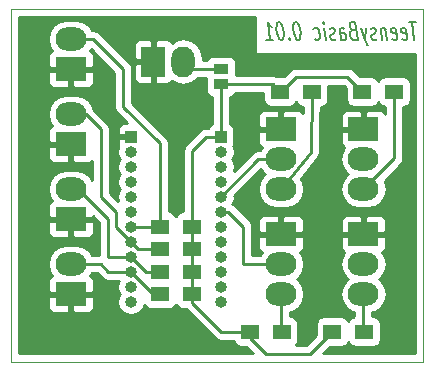
<source format=gbr>
G04 #@! TF.FileFunction,Copper,L2,Bot,Signal*
%FSLAX46Y46*%
G04 Gerber Fmt 4.6, Leading zero omitted, Abs format (unit mm)*
G04 Created by KiCad (PCBNEW 4.0.4-stable) date 03/19/17 00:01:14*
%MOMM*%
%LPD*%
G01*
G04 APERTURE LIST*
%ADD10C,0.100000*%
%ADD11C,0.200000*%
%ADD12R,1.270000X0.970000*%
%ADD13R,1.000000X1.000000*%
%ADD14O,1.000000X1.000000*%
%ADD15R,2.600000X2.000000*%
%ADD16O,2.600000X2.000000*%
%ADD17R,2.000000X2.600000*%
%ADD18O,2.000000X2.600000*%
%ADD19R,1.500000X1.300000*%
%ADD20C,0.250000*%
%ADD21C,0.254000*%
G04 APERTURE END LIST*
D10*
D11*
X166338452Y-95063571D02*
X165767023Y-95063571D01*
X166240238Y-96563571D02*
X166052738Y-95063571D01*
X165231309Y-96492143D02*
X165335475Y-96563571D01*
X165525952Y-96563571D01*
X165612262Y-96492143D01*
X165642024Y-96349286D01*
X165570595Y-95777857D01*
X165505119Y-95635000D01*
X165400952Y-95563571D01*
X165210475Y-95563571D01*
X165124166Y-95635000D01*
X165094404Y-95777857D01*
X165112261Y-95920714D01*
X165606309Y-96063571D01*
X164374166Y-96492143D02*
X164478332Y-96563571D01*
X164668809Y-96563571D01*
X164755119Y-96492143D01*
X164784881Y-96349286D01*
X164713452Y-95777857D01*
X164647976Y-95635000D01*
X164543809Y-95563571D01*
X164353332Y-95563571D01*
X164267023Y-95635000D01*
X164237261Y-95777857D01*
X164255118Y-95920714D01*
X164749166Y-96063571D01*
X163781904Y-95563571D02*
X163906904Y-96563571D01*
X163799762Y-95706429D02*
X163743214Y-95635000D01*
X163639047Y-95563571D01*
X163496189Y-95563571D01*
X163409880Y-95635000D01*
X163380118Y-95777857D01*
X163478332Y-96563571D01*
X163040833Y-96492143D02*
X162954523Y-96563571D01*
X162764047Y-96563571D01*
X162659880Y-96492143D01*
X162594404Y-96349286D01*
X162585475Y-96277857D01*
X162615237Y-96135000D01*
X162701547Y-96063571D01*
X162844404Y-96063571D01*
X162930714Y-95992143D01*
X162960476Y-95849286D01*
X162951547Y-95777857D01*
X162886071Y-95635000D01*
X162781904Y-95563571D01*
X162639047Y-95563571D01*
X162552737Y-95635000D01*
X162162856Y-95563571D02*
X162049761Y-96563571D01*
X161686665Y-95563571D02*
X162049761Y-96563571D01*
X162189642Y-96920714D01*
X162246190Y-96992143D01*
X162350356Y-97063571D01*
X160999165Y-95777857D02*
X160865237Y-95849286D01*
X160826546Y-95920714D01*
X160796784Y-96063571D01*
X160823570Y-96277857D01*
X160889046Y-96420714D01*
X160945594Y-96492143D01*
X161049760Y-96563571D01*
X161430713Y-96563571D01*
X161243213Y-95063571D01*
X160909879Y-95063571D01*
X160823570Y-95135000D01*
X160784880Y-95206429D01*
X160755118Y-95349286D01*
X160772975Y-95492143D01*
X160838451Y-95635000D01*
X160894999Y-95706429D01*
X160999165Y-95777857D01*
X161332499Y-95777857D01*
X160002141Y-96563571D02*
X159903927Y-95777857D01*
X159933689Y-95635000D01*
X160019998Y-95563571D01*
X160210475Y-95563571D01*
X160314642Y-95635000D01*
X159993213Y-96492143D02*
X160097379Y-96563571D01*
X160335475Y-96563571D01*
X160421785Y-96492143D01*
X160451547Y-96349286D01*
X160433690Y-96206429D01*
X160368213Y-96063571D01*
X160264047Y-95992143D01*
X160025951Y-95992143D01*
X159921784Y-95920714D01*
X159564642Y-96492143D02*
X159478332Y-96563571D01*
X159287856Y-96563571D01*
X159183689Y-96492143D01*
X159118213Y-96349286D01*
X159109284Y-96277857D01*
X159139046Y-96135000D01*
X159225356Y-96063571D01*
X159368213Y-96063571D01*
X159454523Y-95992143D01*
X159484285Y-95849286D01*
X159475356Y-95777857D01*
X159409880Y-95635000D01*
X159305713Y-95563571D01*
X159162856Y-95563571D01*
X159076546Y-95635000D01*
X158716427Y-96563571D02*
X158591427Y-95563571D01*
X158528927Y-95063571D02*
X158585475Y-95135000D01*
X158546785Y-95206429D01*
X158490237Y-95135000D01*
X158528927Y-95063571D01*
X158546785Y-95206429D01*
X157802737Y-96492143D02*
X157906903Y-96563571D01*
X158097380Y-96563571D01*
X158183690Y-96492143D01*
X158222380Y-96420714D01*
X158252142Y-96277857D01*
X158198571Y-95849286D01*
X158133095Y-95706429D01*
X158076547Y-95635000D01*
X157972380Y-95563571D01*
X157781903Y-95563571D01*
X157695594Y-95635000D01*
X156243213Y-95063571D02*
X156147974Y-95063571D01*
X156061665Y-95135000D01*
X156022975Y-95206429D01*
X155993213Y-95349286D01*
X155981308Y-95635000D01*
X156025951Y-95992143D01*
X156109284Y-96277857D01*
X156174760Y-96420714D01*
X156231308Y-96492143D01*
X156335474Y-96563571D01*
X156430713Y-96563571D01*
X156517023Y-96492143D01*
X156555713Y-96420714D01*
X156585475Y-96277857D01*
X156597380Y-95992143D01*
X156552737Y-95635000D01*
X156469404Y-95349286D01*
X156403928Y-95206429D01*
X156347380Y-95135000D01*
X156243213Y-95063571D01*
X155650951Y-96420714D02*
X155612261Y-96492143D01*
X155668808Y-96563571D01*
X155707499Y-96492143D01*
X155650951Y-96420714D01*
X155668808Y-96563571D01*
X154814642Y-95063571D02*
X154719403Y-95063571D01*
X154633094Y-95135000D01*
X154594404Y-95206429D01*
X154564642Y-95349286D01*
X154552737Y-95635000D01*
X154597380Y-95992143D01*
X154680713Y-96277857D01*
X154746189Y-96420714D01*
X154802737Y-96492143D01*
X154906903Y-96563571D01*
X155002142Y-96563571D01*
X155088452Y-96492143D01*
X155127142Y-96420714D01*
X155156904Y-96277857D01*
X155168809Y-95992143D01*
X155124166Y-95635000D01*
X155040833Y-95349286D01*
X154975357Y-95206429D01*
X154918809Y-95135000D01*
X154814642Y-95063571D01*
X153716427Y-96563571D02*
X154287856Y-96563571D01*
X154002142Y-96563571D02*
X153814642Y-95063571D01*
X153936666Y-95277857D01*
X154049761Y-95420714D01*
X154153928Y-95492143D01*
D10*
X132080000Y-123825000D02*
X132080000Y-93980000D01*
X167005000Y-123825000D02*
X132080000Y-123825000D01*
X167005000Y-93980000D02*
X167005000Y-123825000D01*
X132080000Y-93980000D02*
X167005000Y-93980000D01*
D12*
X149860000Y-100335000D03*
X149860000Y-99055000D03*
D13*
X142240000Y-104775000D03*
D14*
X142240000Y-106045000D03*
X142240000Y-107315000D03*
X142240000Y-108585000D03*
X142240000Y-109855000D03*
X142240000Y-111125000D03*
X142240000Y-112395000D03*
X142240000Y-113665000D03*
X142240000Y-114935000D03*
X142240000Y-116205000D03*
X142240000Y-117475000D03*
X142240000Y-118745000D03*
D13*
X149860000Y-104775000D03*
D14*
X149860000Y-106045000D03*
X149860000Y-107315000D03*
X149860000Y-108585000D03*
X149860000Y-109855000D03*
X149860000Y-111125000D03*
X149860000Y-112395000D03*
X149860000Y-113665000D03*
X149860000Y-114935000D03*
X149860000Y-116205000D03*
X149860000Y-117475000D03*
X149860000Y-118745000D03*
D15*
X161925000Y-104140000D03*
D16*
X161925000Y-106680000D03*
X161925000Y-109220000D03*
D15*
X154940000Y-104140000D03*
D16*
X154940000Y-106680000D03*
X154940000Y-109220000D03*
D15*
X154940000Y-113030000D03*
D16*
X154940000Y-115570000D03*
X154940000Y-118110000D03*
D15*
X161925000Y-113030000D03*
D16*
X161925000Y-115570000D03*
X161925000Y-118110000D03*
D17*
X144145000Y-98425000D03*
D18*
X146685000Y-98425000D03*
D15*
X137160000Y-99060000D03*
D16*
X137160000Y-96520000D03*
D15*
X137160000Y-111760000D03*
D16*
X137160000Y-109220000D03*
D15*
X137160000Y-118110000D03*
D16*
X137160000Y-115570000D03*
D15*
X137160000Y-105410000D03*
D16*
X137160000Y-102870000D03*
D19*
X144700000Y-112395000D03*
X147400000Y-112395000D03*
X144700000Y-114300000D03*
X147400000Y-114300000D03*
X144700000Y-116205000D03*
X147400000Y-116205000D03*
X144700000Y-118110000D03*
X147400000Y-118110000D03*
X157560000Y-100965000D03*
X154860000Y-100965000D03*
X164545000Y-100965000D03*
X161845000Y-100965000D03*
X155020000Y-121285000D03*
X152320000Y-121285000D03*
X162005000Y-121285000D03*
X159305000Y-121285000D03*
D20*
X154860000Y-100965000D02*
X154940000Y-100965000D01*
X154940000Y-100965000D02*
X156210000Y-99695000D01*
X160575000Y-99695000D02*
X161845000Y-100965000D01*
X156210000Y-99695000D02*
X160575000Y-99695000D01*
X152320000Y-121285000D02*
X152320000Y-121840000D01*
X152320000Y-121840000D02*
X153670000Y-123190000D01*
X157400000Y-123190000D02*
X159305000Y-121285000D01*
X153670000Y-123190000D02*
X157400000Y-123190000D01*
X147400000Y-118110000D02*
X147400000Y-118825000D01*
X149860000Y-121285000D02*
X152320000Y-121285000D01*
X147400000Y-118825000D02*
X149860000Y-121285000D01*
X147400000Y-112395000D02*
X147400000Y-118110000D01*
X149860000Y-104775000D02*
X148590000Y-104775000D01*
X147400000Y-105965000D02*
X147400000Y-112395000D01*
X148590000Y-104775000D02*
X147400000Y-105965000D01*
X149860000Y-100335000D02*
X149860000Y-104775000D01*
X149860000Y-100335000D02*
X154230000Y-100335000D01*
X154230000Y-100335000D02*
X154860000Y-100965000D01*
X149860000Y-99055000D02*
X147315000Y-99055000D01*
X147315000Y-99055000D02*
X146685000Y-98425000D01*
X144700000Y-112395000D02*
X142240000Y-112395000D01*
X137160000Y-96520000D02*
X139065000Y-96520000D01*
X144700000Y-105330000D02*
X144700000Y-112395000D01*
X141605000Y-102235000D02*
X144700000Y-105330000D01*
X141605000Y-99060000D02*
X141605000Y-102235000D01*
X139065000Y-96520000D02*
X141605000Y-99060000D01*
X144700000Y-114300000D02*
X142875000Y-114300000D01*
X142875000Y-114300000D02*
X142240000Y-113665000D01*
X137160000Y-102870000D02*
X138430000Y-102870000D01*
X138430000Y-102870000D02*
X139700000Y-104140000D01*
X139700000Y-104140000D02*
X139700000Y-109855000D01*
X139700000Y-109855000D02*
X140970000Y-111125000D01*
X140970000Y-111125000D02*
X140970000Y-112395000D01*
X140970000Y-112395000D02*
X142240000Y-113665000D01*
X137160000Y-109220000D02*
X137795000Y-109220000D01*
X137795000Y-109220000D02*
X140335000Y-111760000D01*
X140335000Y-111760000D02*
X140335000Y-114935000D01*
X140335000Y-114935000D02*
X142240000Y-114935000D01*
X144700000Y-116205000D02*
X143510000Y-116205000D01*
X143510000Y-116205000D02*
X142240000Y-114935000D01*
X137160000Y-115570000D02*
X139700000Y-115570000D01*
X140335000Y-116205000D02*
X142240000Y-116205000D01*
X139700000Y-115570000D02*
X140335000Y-116205000D01*
X144700000Y-118110000D02*
X144145000Y-118110000D01*
X144145000Y-118110000D02*
X142240000Y-116205000D01*
X154940000Y-106680000D02*
X153035000Y-106680000D01*
X153035000Y-106680000D02*
X149860000Y-109855000D01*
X154940000Y-115570000D02*
X151765000Y-115570000D01*
X150495000Y-111125000D02*
X149860000Y-111125000D01*
X151765000Y-112395000D02*
X150495000Y-111125000D01*
X151765000Y-115570000D02*
X151765000Y-112395000D01*
X164545000Y-100965000D02*
X164545000Y-106600000D01*
X164545000Y-106600000D02*
X161925000Y-109220000D01*
X157560000Y-100965000D02*
X157480000Y-106045000D01*
X157480000Y-106045000D02*
X154940000Y-109220000D01*
X154940000Y-118110000D02*
X154940000Y-121205000D01*
X154940000Y-121205000D02*
X155020000Y-121285000D01*
X161925000Y-118110000D02*
X161925000Y-121205000D01*
X161925000Y-121205000D02*
X162005000Y-121285000D01*
D21*
G36*
X152774881Y-97820000D02*
X166320000Y-97820000D01*
X166320000Y-123140000D01*
X158524802Y-123140000D01*
X159082362Y-122582440D01*
X160055000Y-122582440D01*
X160290317Y-122538162D01*
X160506441Y-122399090D01*
X160651431Y-122186890D01*
X160654081Y-122173803D01*
X160790910Y-122386441D01*
X161003110Y-122531431D01*
X161255000Y-122582440D01*
X162755000Y-122582440D01*
X162990317Y-122538162D01*
X163206441Y-122399090D01*
X163351431Y-122186890D01*
X163402440Y-121935000D01*
X163402440Y-120635000D01*
X163358162Y-120399683D01*
X163219090Y-120183559D01*
X163006890Y-120038569D01*
X162755000Y-119987560D01*
X162685000Y-119987560D01*
X162685000Y-119661041D01*
X162888596Y-119620543D01*
X163419029Y-119266120D01*
X163773452Y-118735687D01*
X163897909Y-118110000D01*
X163773452Y-117484313D01*
X163419029Y-116953880D01*
X163248595Y-116840000D01*
X163419029Y-116726120D01*
X163773452Y-116195687D01*
X163897909Y-115570000D01*
X163773452Y-114944313D01*
X163535769Y-114588594D01*
X163584699Y-114568327D01*
X163763327Y-114389698D01*
X163860000Y-114156309D01*
X163860000Y-113315750D01*
X163701250Y-113157000D01*
X162052000Y-113157000D01*
X162052000Y-113177000D01*
X161798000Y-113177000D01*
X161798000Y-113157000D01*
X160148750Y-113157000D01*
X159990000Y-113315750D01*
X159990000Y-114156309D01*
X160086673Y-114389698D01*
X160265301Y-114568327D01*
X160314231Y-114588594D01*
X160076548Y-114944313D01*
X159952091Y-115570000D01*
X160076548Y-116195687D01*
X160430971Y-116726120D01*
X160601405Y-116840000D01*
X160430971Y-116953880D01*
X160076548Y-117484313D01*
X159952091Y-118110000D01*
X160076548Y-118735687D01*
X160430971Y-119266120D01*
X160961404Y-119620543D01*
X161165000Y-119661041D01*
X161165000Y-120004495D01*
X161019683Y-120031838D01*
X160803559Y-120170910D01*
X160658569Y-120383110D01*
X160655919Y-120396197D01*
X160519090Y-120183559D01*
X160306890Y-120038569D01*
X160055000Y-119987560D01*
X158555000Y-119987560D01*
X158319683Y-120031838D01*
X158103559Y-120170910D01*
X157958569Y-120383110D01*
X157907560Y-120635000D01*
X157907560Y-121607638D01*
X157085198Y-122430000D01*
X156173406Y-122430000D01*
X156221441Y-122399090D01*
X156366431Y-122186890D01*
X156417440Y-121935000D01*
X156417440Y-120635000D01*
X156373162Y-120399683D01*
X156234090Y-120183559D01*
X156021890Y-120038569D01*
X155770000Y-119987560D01*
X155700000Y-119987560D01*
X155700000Y-119661041D01*
X155903596Y-119620543D01*
X156434029Y-119266120D01*
X156788452Y-118735687D01*
X156912909Y-118110000D01*
X156788452Y-117484313D01*
X156434029Y-116953880D01*
X156263595Y-116840000D01*
X156434029Y-116726120D01*
X156788452Y-116195687D01*
X156912909Y-115570000D01*
X156788452Y-114944313D01*
X156550769Y-114588594D01*
X156599699Y-114568327D01*
X156778327Y-114389698D01*
X156875000Y-114156309D01*
X156875000Y-113315750D01*
X156716250Y-113157000D01*
X155067000Y-113157000D01*
X155067000Y-113177000D01*
X154813000Y-113177000D01*
X154813000Y-113157000D01*
X153163750Y-113157000D01*
X153005000Y-113315750D01*
X153005000Y-114156309D01*
X153101673Y-114389698D01*
X153280301Y-114568327D01*
X153329231Y-114588594D01*
X153181293Y-114810000D01*
X152525000Y-114810000D01*
X152525000Y-112395000D01*
X152467148Y-112104161D01*
X152467148Y-112104160D01*
X152333199Y-111903691D01*
X153005000Y-111903691D01*
X153005000Y-112744250D01*
X153163750Y-112903000D01*
X154813000Y-112903000D01*
X154813000Y-111553750D01*
X155067000Y-111553750D01*
X155067000Y-112903000D01*
X156716250Y-112903000D01*
X156875000Y-112744250D01*
X156875000Y-111903691D01*
X159990000Y-111903691D01*
X159990000Y-112744250D01*
X160148750Y-112903000D01*
X161798000Y-112903000D01*
X161798000Y-111553750D01*
X162052000Y-111553750D01*
X162052000Y-112903000D01*
X163701250Y-112903000D01*
X163860000Y-112744250D01*
X163860000Y-111903691D01*
X163763327Y-111670302D01*
X163584699Y-111491673D01*
X163351310Y-111395000D01*
X162210750Y-111395000D01*
X162052000Y-111553750D01*
X161798000Y-111553750D01*
X161639250Y-111395000D01*
X160498690Y-111395000D01*
X160265301Y-111491673D01*
X160086673Y-111670302D01*
X159990000Y-111903691D01*
X156875000Y-111903691D01*
X156778327Y-111670302D01*
X156599699Y-111491673D01*
X156366310Y-111395000D01*
X155225750Y-111395000D01*
X155067000Y-111553750D01*
X154813000Y-111553750D01*
X154654250Y-111395000D01*
X153513690Y-111395000D01*
X153280301Y-111491673D01*
X153101673Y-111670302D01*
X153005000Y-111903691D01*
X152333199Y-111903691D01*
X152302401Y-111857599D01*
X151032401Y-110587599D01*
X150824412Y-110448625D01*
X150930839Y-110289346D01*
X151017236Y-109855000D01*
X151003559Y-109786243D01*
X153248788Y-107541014D01*
X153445971Y-107836120D01*
X153616405Y-107950000D01*
X153445971Y-108063880D01*
X153091548Y-108594313D01*
X152967091Y-109220000D01*
X153091548Y-109845687D01*
X153445971Y-110376120D01*
X153976404Y-110730543D01*
X154602091Y-110855000D01*
X155277909Y-110855000D01*
X155903596Y-110730543D01*
X156434029Y-110376120D01*
X156788452Y-109845687D01*
X156912909Y-109220000D01*
X156788452Y-108594313D01*
X156617956Y-108339148D01*
X158073460Y-106519768D01*
X158120001Y-106430020D01*
X158177481Y-106346859D01*
X158187676Y-106299514D01*
X158209971Y-106256521D01*
X158218623Y-106155801D01*
X158239906Y-106056967D01*
X158287831Y-103013691D01*
X159990000Y-103013691D01*
X159990000Y-103854250D01*
X160148750Y-104013000D01*
X161798000Y-104013000D01*
X161798000Y-102663750D01*
X161639250Y-102505000D01*
X160498690Y-102505000D01*
X160265301Y-102601673D01*
X160086673Y-102780302D01*
X159990000Y-103013691D01*
X158287831Y-103013691D01*
X158299662Y-102262440D01*
X158310000Y-102262440D01*
X158545317Y-102218162D01*
X158761441Y-102079090D01*
X158906431Y-101866890D01*
X158957440Y-101615000D01*
X158957440Y-100455000D01*
X160260198Y-100455000D01*
X160447560Y-100642362D01*
X160447560Y-101615000D01*
X160491838Y-101850317D01*
X160630910Y-102066441D01*
X160843110Y-102211431D01*
X161095000Y-102262440D01*
X162595000Y-102262440D01*
X162830317Y-102218162D01*
X163046441Y-102079090D01*
X163191431Y-101866890D01*
X163194081Y-101853803D01*
X163330910Y-102066441D01*
X163543110Y-102211431D01*
X163785000Y-102260415D01*
X163785000Y-102832625D01*
X163763327Y-102780302D01*
X163584699Y-102601673D01*
X163351310Y-102505000D01*
X162210750Y-102505000D01*
X162052000Y-102663750D01*
X162052000Y-104013000D01*
X162072000Y-104013000D01*
X162072000Y-104267000D01*
X162052000Y-104267000D01*
X162052000Y-104287000D01*
X161798000Y-104287000D01*
X161798000Y-104267000D01*
X160148750Y-104267000D01*
X159990000Y-104425750D01*
X159990000Y-105266309D01*
X160086673Y-105499698D01*
X160265301Y-105678327D01*
X160314231Y-105698594D01*
X160076548Y-106054313D01*
X159952091Y-106680000D01*
X160076548Y-107305687D01*
X160430971Y-107836120D01*
X160601405Y-107950000D01*
X160430971Y-108063880D01*
X160076548Y-108594313D01*
X159952091Y-109220000D01*
X160076548Y-109845687D01*
X160430971Y-110376120D01*
X160961404Y-110730543D01*
X161587091Y-110855000D01*
X162262909Y-110855000D01*
X162888596Y-110730543D01*
X163419029Y-110376120D01*
X163773452Y-109845687D01*
X163897909Y-109220000D01*
X163773452Y-108594313D01*
X163714186Y-108505616D01*
X165082401Y-107137401D01*
X165247148Y-106890839D01*
X165305000Y-106600000D01*
X165305000Y-102260558D01*
X165530317Y-102218162D01*
X165746441Y-102079090D01*
X165891431Y-101866890D01*
X165942440Y-101615000D01*
X165942440Y-100315000D01*
X165898162Y-100079683D01*
X165759090Y-99863559D01*
X165546890Y-99718569D01*
X165295000Y-99667560D01*
X163795000Y-99667560D01*
X163559683Y-99711838D01*
X163343559Y-99850910D01*
X163198569Y-100063110D01*
X163195919Y-100076197D01*
X163059090Y-99863559D01*
X162846890Y-99718569D01*
X162595000Y-99667560D01*
X161622362Y-99667560D01*
X161112401Y-99157599D01*
X160865839Y-98992852D01*
X160575000Y-98935000D01*
X156210000Y-98935000D01*
X155919160Y-98992852D01*
X155672599Y-99157599D01*
X155162638Y-99667560D01*
X154572783Y-99667560D01*
X154520839Y-99632852D01*
X154230000Y-99575000D01*
X151135352Y-99575000D01*
X151142440Y-99540000D01*
X151142440Y-98570000D01*
X151098162Y-98334683D01*
X150959090Y-98118559D01*
X150746890Y-97973569D01*
X150495000Y-97922560D01*
X149225000Y-97922560D01*
X148989683Y-97966838D01*
X148773559Y-98105910D01*
X148644359Y-98295000D01*
X148320000Y-98295000D01*
X148320000Y-98087091D01*
X148195543Y-97461404D01*
X147841120Y-96930971D01*
X147310687Y-96576548D01*
X146685000Y-96452091D01*
X146059313Y-96576548D01*
X145703594Y-96814231D01*
X145683327Y-96765301D01*
X145504698Y-96586673D01*
X145271309Y-96490000D01*
X144430750Y-96490000D01*
X144272000Y-96648750D01*
X144272000Y-98298000D01*
X144292000Y-98298000D01*
X144292000Y-98552000D01*
X144272000Y-98552000D01*
X144272000Y-100201250D01*
X144430750Y-100360000D01*
X145271309Y-100360000D01*
X145504698Y-100263327D01*
X145683327Y-100084699D01*
X145703594Y-100035769D01*
X146059313Y-100273452D01*
X146685000Y-100397909D01*
X147310687Y-100273452D01*
X147841120Y-99919029D01*
X147910630Y-99815000D01*
X148584648Y-99815000D01*
X148577560Y-99850000D01*
X148577560Y-100820000D01*
X148621838Y-101055317D01*
X148760910Y-101271441D01*
X148973110Y-101416431D01*
X149100000Y-101442127D01*
X149100000Y-103687721D01*
X148908559Y-103810910D01*
X148769110Y-104015000D01*
X148590000Y-104015000D01*
X148299161Y-104072852D01*
X148052599Y-104237599D01*
X146862599Y-105427599D01*
X146697852Y-105674161D01*
X146640000Y-105965000D01*
X146640000Y-111099442D01*
X146414683Y-111141838D01*
X146198559Y-111280910D01*
X146053569Y-111493110D01*
X146050919Y-111506197D01*
X145914090Y-111293559D01*
X145701890Y-111148569D01*
X145460000Y-111099585D01*
X145460000Y-105330000D01*
X145402148Y-105039161D01*
X145237401Y-104792599D01*
X142365000Y-101920198D01*
X142365000Y-99060000D01*
X142307148Y-98769161D01*
X142307148Y-98769160D01*
X142268120Y-98710750D01*
X142510000Y-98710750D01*
X142510000Y-99851310D01*
X142606673Y-100084699D01*
X142785302Y-100263327D01*
X143018691Y-100360000D01*
X143859250Y-100360000D01*
X144018000Y-100201250D01*
X144018000Y-98552000D01*
X142668750Y-98552000D01*
X142510000Y-98710750D01*
X142268120Y-98710750D01*
X142142401Y-98522599D01*
X140618492Y-96998690D01*
X142510000Y-96998690D01*
X142510000Y-98139250D01*
X142668750Y-98298000D01*
X144018000Y-98298000D01*
X144018000Y-96648750D01*
X143859250Y-96490000D01*
X143018691Y-96490000D01*
X142785302Y-96586673D01*
X142606673Y-96765301D01*
X142510000Y-96998690D01*
X140618492Y-96998690D01*
X139602401Y-95982599D01*
X139355839Y-95817852D01*
X139065000Y-95760000D01*
X138918707Y-95760000D01*
X138654029Y-95363880D01*
X138123596Y-95009457D01*
X137497909Y-94885000D01*
X136822091Y-94885000D01*
X136196404Y-95009457D01*
X135665971Y-95363880D01*
X135311548Y-95894313D01*
X135187091Y-96520000D01*
X135311548Y-97145687D01*
X135549231Y-97501406D01*
X135500301Y-97521673D01*
X135321673Y-97700302D01*
X135225000Y-97933691D01*
X135225000Y-98774250D01*
X135383750Y-98933000D01*
X137033000Y-98933000D01*
X137033000Y-98913000D01*
X137287000Y-98913000D01*
X137287000Y-98933000D01*
X138936250Y-98933000D01*
X139095000Y-98774250D01*
X139095000Y-97933691D01*
X138998327Y-97700302D01*
X138819699Y-97521673D01*
X138770769Y-97501406D01*
X138851212Y-97381014D01*
X140845000Y-99374802D01*
X140845000Y-102235000D01*
X140902852Y-102525839D01*
X141067599Y-102772401D01*
X141935198Y-103640000D01*
X141613691Y-103640000D01*
X141380302Y-103736673D01*
X141201673Y-103915301D01*
X141105000Y-104148690D01*
X141105000Y-104489250D01*
X141263750Y-104648000D01*
X142113000Y-104648000D01*
X142113000Y-104628000D01*
X142367000Y-104628000D01*
X142367000Y-104648000D01*
X142387000Y-104648000D01*
X142387000Y-104902000D01*
X142367000Y-104902000D01*
X142367000Y-104922000D01*
X142322564Y-104922000D01*
X142262236Y-104910000D01*
X142217764Y-104910000D01*
X142157436Y-104922000D01*
X142113000Y-104922000D01*
X142113000Y-104902000D01*
X141263750Y-104902000D01*
X141105000Y-105060750D01*
X141105000Y-105401310D01*
X141183083Y-105589818D01*
X141169161Y-105610654D01*
X141082764Y-106045000D01*
X141169161Y-106479346D01*
X141303234Y-106680000D01*
X141169161Y-106880654D01*
X141082764Y-107315000D01*
X141169161Y-107749346D01*
X141303234Y-107950000D01*
X141169161Y-108150654D01*
X141082764Y-108585000D01*
X141169161Y-109019346D01*
X141303234Y-109220000D01*
X141169161Y-109420654D01*
X141082764Y-109855000D01*
X141159232Y-110239430D01*
X140460000Y-109540198D01*
X140460000Y-104140000D01*
X140402148Y-103849161D01*
X140402148Y-103849160D01*
X140237401Y-103602599D01*
X139040567Y-102405765D01*
X139008452Y-102244313D01*
X138654029Y-101713880D01*
X138123596Y-101359457D01*
X137497909Y-101235000D01*
X136822091Y-101235000D01*
X136196404Y-101359457D01*
X135665971Y-101713880D01*
X135311548Y-102244313D01*
X135187091Y-102870000D01*
X135311548Y-103495687D01*
X135549231Y-103851406D01*
X135500301Y-103871673D01*
X135321673Y-104050302D01*
X135225000Y-104283691D01*
X135225000Y-105124250D01*
X135383750Y-105283000D01*
X137033000Y-105283000D01*
X137033000Y-105263000D01*
X137287000Y-105263000D01*
X137287000Y-105283000D01*
X137307000Y-105283000D01*
X137307000Y-105537000D01*
X137287000Y-105537000D01*
X137287000Y-106886250D01*
X137445750Y-107045000D01*
X138586310Y-107045000D01*
X138819699Y-106948327D01*
X138940000Y-106828025D01*
X138940000Y-108491867D01*
X138654029Y-108063880D01*
X138123596Y-107709457D01*
X137497909Y-107585000D01*
X136822091Y-107585000D01*
X136196404Y-107709457D01*
X135665971Y-108063880D01*
X135311548Y-108594313D01*
X135187091Y-109220000D01*
X135311548Y-109845687D01*
X135549231Y-110201406D01*
X135500301Y-110221673D01*
X135321673Y-110400302D01*
X135225000Y-110633691D01*
X135225000Y-111474250D01*
X135383750Y-111633000D01*
X137033000Y-111633000D01*
X137033000Y-111613000D01*
X137287000Y-111613000D01*
X137287000Y-111633000D01*
X138936250Y-111633000D01*
X139034724Y-111534526D01*
X139575000Y-112074802D01*
X139575000Y-114810000D01*
X138918707Y-114810000D01*
X138654029Y-114413880D01*
X138123596Y-114059457D01*
X137497909Y-113935000D01*
X136822091Y-113935000D01*
X136196404Y-114059457D01*
X135665971Y-114413880D01*
X135311548Y-114944313D01*
X135187091Y-115570000D01*
X135311548Y-116195687D01*
X135549231Y-116551406D01*
X135500301Y-116571673D01*
X135321673Y-116750302D01*
X135225000Y-116983691D01*
X135225000Y-117824250D01*
X135383750Y-117983000D01*
X137033000Y-117983000D01*
X137033000Y-117963000D01*
X137287000Y-117963000D01*
X137287000Y-117983000D01*
X138936250Y-117983000D01*
X139095000Y-117824250D01*
X139095000Y-116983691D01*
X138998327Y-116750302D01*
X138819699Y-116571673D01*
X138770769Y-116551406D01*
X138918707Y-116330000D01*
X139385198Y-116330000D01*
X139797599Y-116742401D01*
X140044161Y-116907148D01*
X140335000Y-116965000D01*
X141219711Y-116965000D01*
X141169161Y-117040654D01*
X141082764Y-117475000D01*
X141169161Y-117909346D01*
X141303234Y-118110000D01*
X141169161Y-118310654D01*
X141082764Y-118745000D01*
X141169161Y-119179346D01*
X141415198Y-119547566D01*
X141783418Y-119793603D01*
X142217764Y-119880000D01*
X142262236Y-119880000D01*
X142696582Y-119793603D01*
X143064802Y-119547566D01*
X143310839Y-119179346D01*
X143347301Y-118996037D01*
X143485910Y-119211441D01*
X143698110Y-119356431D01*
X143950000Y-119407440D01*
X145450000Y-119407440D01*
X145685317Y-119363162D01*
X145901441Y-119224090D01*
X146046431Y-119011890D01*
X146049081Y-118998803D01*
X146185910Y-119211441D01*
X146398110Y-119356431D01*
X146650000Y-119407440D01*
X146907638Y-119407440D01*
X149322599Y-121822401D01*
X149569160Y-121987148D01*
X149860000Y-122045000D01*
X150943258Y-122045000D01*
X150966838Y-122170317D01*
X151105910Y-122386441D01*
X151318110Y-122531431D01*
X151570000Y-122582440D01*
X151987638Y-122582440D01*
X152545198Y-123140000D01*
X132765000Y-123140000D01*
X132765000Y-118395750D01*
X135225000Y-118395750D01*
X135225000Y-119236309D01*
X135321673Y-119469698D01*
X135500301Y-119648327D01*
X135733690Y-119745000D01*
X136874250Y-119745000D01*
X137033000Y-119586250D01*
X137033000Y-118237000D01*
X137287000Y-118237000D01*
X137287000Y-119586250D01*
X137445750Y-119745000D01*
X138586310Y-119745000D01*
X138819699Y-119648327D01*
X138998327Y-119469698D01*
X139095000Y-119236309D01*
X139095000Y-118395750D01*
X138936250Y-118237000D01*
X137287000Y-118237000D01*
X137033000Y-118237000D01*
X135383750Y-118237000D01*
X135225000Y-118395750D01*
X132765000Y-118395750D01*
X132765000Y-112045750D01*
X135225000Y-112045750D01*
X135225000Y-112886309D01*
X135321673Y-113119698D01*
X135500301Y-113298327D01*
X135733690Y-113395000D01*
X136874250Y-113395000D01*
X137033000Y-113236250D01*
X137033000Y-111887000D01*
X137287000Y-111887000D01*
X137287000Y-113236250D01*
X137445750Y-113395000D01*
X138586310Y-113395000D01*
X138819699Y-113298327D01*
X138998327Y-113119698D01*
X139095000Y-112886309D01*
X139095000Y-112045750D01*
X138936250Y-111887000D01*
X137287000Y-111887000D01*
X137033000Y-111887000D01*
X135383750Y-111887000D01*
X135225000Y-112045750D01*
X132765000Y-112045750D01*
X132765000Y-105695750D01*
X135225000Y-105695750D01*
X135225000Y-106536309D01*
X135321673Y-106769698D01*
X135500301Y-106948327D01*
X135733690Y-107045000D01*
X136874250Y-107045000D01*
X137033000Y-106886250D01*
X137033000Y-105537000D01*
X135383750Y-105537000D01*
X135225000Y-105695750D01*
X132765000Y-105695750D01*
X132765000Y-99345750D01*
X135225000Y-99345750D01*
X135225000Y-100186309D01*
X135321673Y-100419698D01*
X135500301Y-100598327D01*
X135733690Y-100695000D01*
X136874250Y-100695000D01*
X137033000Y-100536250D01*
X137033000Y-99187000D01*
X137287000Y-99187000D01*
X137287000Y-100536250D01*
X137445750Y-100695000D01*
X138586310Y-100695000D01*
X138819699Y-100598327D01*
X138998327Y-100419698D01*
X139095000Y-100186309D01*
X139095000Y-99345750D01*
X138936250Y-99187000D01*
X137287000Y-99187000D01*
X137033000Y-99187000D01*
X135383750Y-99187000D01*
X135225000Y-99345750D01*
X132765000Y-99345750D01*
X132765000Y-94665000D01*
X152774881Y-94665000D01*
X152774881Y-97820000D01*
X152774881Y-97820000D01*
G37*
X152774881Y-97820000D02*
X166320000Y-97820000D01*
X166320000Y-123140000D01*
X158524802Y-123140000D01*
X159082362Y-122582440D01*
X160055000Y-122582440D01*
X160290317Y-122538162D01*
X160506441Y-122399090D01*
X160651431Y-122186890D01*
X160654081Y-122173803D01*
X160790910Y-122386441D01*
X161003110Y-122531431D01*
X161255000Y-122582440D01*
X162755000Y-122582440D01*
X162990317Y-122538162D01*
X163206441Y-122399090D01*
X163351431Y-122186890D01*
X163402440Y-121935000D01*
X163402440Y-120635000D01*
X163358162Y-120399683D01*
X163219090Y-120183559D01*
X163006890Y-120038569D01*
X162755000Y-119987560D01*
X162685000Y-119987560D01*
X162685000Y-119661041D01*
X162888596Y-119620543D01*
X163419029Y-119266120D01*
X163773452Y-118735687D01*
X163897909Y-118110000D01*
X163773452Y-117484313D01*
X163419029Y-116953880D01*
X163248595Y-116840000D01*
X163419029Y-116726120D01*
X163773452Y-116195687D01*
X163897909Y-115570000D01*
X163773452Y-114944313D01*
X163535769Y-114588594D01*
X163584699Y-114568327D01*
X163763327Y-114389698D01*
X163860000Y-114156309D01*
X163860000Y-113315750D01*
X163701250Y-113157000D01*
X162052000Y-113157000D01*
X162052000Y-113177000D01*
X161798000Y-113177000D01*
X161798000Y-113157000D01*
X160148750Y-113157000D01*
X159990000Y-113315750D01*
X159990000Y-114156309D01*
X160086673Y-114389698D01*
X160265301Y-114568327D01*
X160314231Y-114588594D01*
X160076548Y-114944313D01*
X159952091Y-115570000D01*
X160076548Y-116195687D01*
X160430971Y-116726120D01*
X160601405Y-116840000D01*
X160430971Y-116953880D01*
X160076548Y-117484313D01*
X159952091Y-118110000D01*
X160076548Y-118735687D01*
X160430971Y-119266120D01*
X160961404Y-119620543D01*
X161165000Y-119661041D01*
X161165000Y-120004495D01*
X161019683Y-120031838D01*
X160803559Y-120170910D01*
X160658569Y-120383110D01*
X160655919Y-120396197D01*
X160519090Y-120183559D01*
X160306890Y-120038569D01*
X160055000Y-119987560D01*
X158555000Y-119987560D01*
X158319683Y-120031838D01*
X158103559Y-120170910D01*
X157958569Y-120383110D01*
X157907560Y-120635000D01*
X157907560Y-121607638D01*
X157085198Y-122430000D01*
X156173406Y-122430000D01*
X156221441Y-122399090D01*
X156366431Y-122186890D01*
X156417440Y-121935000D01*
X156417440Y-120635000D01*
X156373162Y-120399683D01*
X156234090Y-120183559D01*
X156021890Y-120038569D01*
X155770000Y-119987560D01*
X155700000Y-119987560D01*
X155700000Y-119661041D01*
X155903596Y-119620543D01*
X156434029Y-119266120D01*
X156788452Y-118735687D01*
X156912909Y-118110000D01*
X156788452Y-117484313D01*
X156434029Y-116953880D01*
X156263595Y-116840000D01*
X156434029Y-116726120D01*
X156788452Y-116195687D01*
X156912909Y-115570000D01*
X156788452Y-114944313D01*
X156550769Y-114588594D01*
X156599699Y-114568327D01*
X156778327Y-114389698D01*
X156875000Y-114156309D01*
X156875000Y-113315750D01*
X156716250Y-113157000D01*
X155067000Y-113157000D01*
X155067000Y-113177000D01*
X154813000Y-113177000D01*
X154813000Y-113157000D01*
X153163750Y-113157000D01*
X153005000Y-113315750D01*
X153005000Y-114156309D01*
X153101673Y-114389698D01*
X153280301Y-114568327D01*
X153329231Y-114588594D01*
X153181293Y-114810000D01*
X152525000Y-114810000D01*
X152525000Y-112395000D01*
X152467148Y-112104161D01*
X152467148Y-112104160D01*
X152333199Y-111903691D01*
X153005000Y-111903691D01*
X153005000Y-112744250D01*
X153163750Y-112903000D01*
X154813000Y-112903000D01*
X154813000Y-111553750D01*
X155067000Y-111553750D01*
X155067000Y-112903000D01*
X156716250Y-112903000D01*
X156875000Y-112744250D01*
X156875000Y-111903691D01*
X159990000Y-111903691D01*
X159990000Y-112744250D01*
X160148750Y-112903000D01*
X161798000Y-112903000D01*
X161798000Y-111553750D01*
X162052000Y-111553750D01*
X162052000Y-112903000D01*
X163701250Y-112903000D01*
X163860000Y-112744250D01*
X163860000Y-111903691D01*
X163763327Y-111670302D01*
X163584699Y-111491673D01*
X163351310Y-111395000D01*
X162210750Y-111395000D01*
X162052000Y-111553750D01*
X161798000Y-111553750D01*
X161639250Y-111395000D01*
X160498690Y-111395000D01*
X160265301Y-111491673D01*
X160086673Y-111670302D01*
X159990000Y-111903691D01*
X156875000Y-111903691D01*
X156778327Y-111670302D01*
X156599699Y-111491673D01*
X156366310Y-111395000D01*
X155225750Y-111395000D01*
X155067000Y-111553750D01*
X154813000Y-111553750D01*
X154654250Y-111395000D01*
X153513690Y-111395000D01*
X153280301Y-111491673D01*
X153101673Y-111670302D01*
X153005000Y-111903691D01*
X152333199Y-111903691D01*
X152302401Y-111857599D01*
X151032401Y-110587599D01*
X150824412Y-110448625D01*
X150930839Y-110289346D01*
X151017236Y-109855000D01*
X151003559Y-109786243D01*
X153248788Y-107541014D01*
X153445971Y-107836120D01*
X153616405Y-107950000D01*
X153445971Y-108063880D01*
X153091548Y-108594313D01*
X152967091Y-109220000D01*
X153091548Y-109845687D01*
X153445971Y-110376120D01*
X153976404Y-110730543D01*
X154602091Y-110855000D01*
X155277909Y-110855000D01*
X155903596Y-110730543D01*
X156434029Y-110376120D01*
X156788452Y-109845687D01*
X156912909Y-109220000D01*
X156788452Y-108594313D01*
X156617956Y-108339148D01*
X158073460Y-106519768D01*
X158120001Y-106430020D01*
X158177481Y-106346859D01*
X158187676Y-106299514D01*
X158209971Y-106256521D01*
X158218623Y-106155801D01*
X158239906Y-106056967D01*
X158287831Y-103013691D01*
X159990000Y-103013691D01*
X159990000Y-103854250D01*
X160148750Y-104013000D01*
X161798000Y-104013000D01*
X161798000Y-102663750D01*
X161639250Y-102505000D01*
X160498690Y-102505000D01*
X160265301Y-102601673D01*
X160086673Y-102780302D01*
X159990000Y-103013691D01*
X158287831Y-103013691D01*
X158299662Y-102262440D01*
X158310000Y-102262440D01*
X158545317Y-102218162D01*
X158761441Y-102079090D01*
X158906431Y-101866890D01*
X158957440Y-101615000D01*
X158957440Y-100455000D01*
X160260198Y-100455000D01*
X160447560Y-100642362D01*
X160447560Y-101615000D01*
X160491838Y-101850317D01*
X160630910Y-102066441D01*
X160843110Y-102211431D01*
X161095000Y-102262440D01*
X162595000Y-102262440D01*
X162830317Y-102218162D01*
X163046441Y-102079090D01*
X163191431Y-101866890D01*
X163194081Y-101853803D01*
X163330910Y-102066441D01*
X163543110Y-102211431D01*
X163785000Y-102260415D01*
X163785000Y-102832625D01*
X163763327Y-102780302D01*
X163584699Y-102601673D01*
X163351310Y-102505000D01*
X162210750Y-102505000D01*
X162052000Y-102663750D01*
X162052000Y-104013000D01*
X162072000Y-104013000D01*
X162072000Y-104267000D01*
X162052000Y-104267000D01*
X162052000Y-104287000D01*
X161798000Y-104287000D01*
X161798000Y-104267000D01*
X160148750Y-104267000D01*
X159990000Y-104425750D01*
X159990000Y-105266309D01*
X160086673Y-105499698D01*
X160265301Y-105678327D01*
X160314231Y-105698594D01*
X160076548Y-106054313D01*
X159952091Y-106680000D01*
X160076548Y-107305687D01*
X160430971Y-107836120D01*
X160601405Y-107950000D01*
X160430971Y-108063880D01*
X160076548Y-108594313D01*
X159952091Y-109220000D01*
X160076548Y-109845687D01*
X160430971Y-110376120D01*
X160961404Y-110730543D01*
X161587091Y-110855000D01*
X162262909Y-110855000D01*
X162888596Y-110730543D01*
X163419029Y-110376120D01*
X163773452Y-109845687D01*
X163897909Y-109220000D01*
X163773452Y-108594313D01*
X163714186Y-108505616D01*
X165082401Y-107137401D01*
X165247148Y-106890839D01*
X165305000Y-106600000D01*
X165305000Y-102260558D01*
X165530317Y-102218162D01*
X165746441Y-102079090D01*
X165891431Y-101866890D01*
X165942440Y-101615000D01*
X165942440Y-100315000D01*
X165898162Y-100079683D01*
X165759090Y-99863559D01*
X165546890Y-99718569D01*
X165295000Y-99667560D01*
X163795000Y-99667560D01*
X163559683Y-99711838D01*
X163343559Y-99850910D01*
X163198569Y-100063110D01*
X163195919Y-100076197D01*
X163059090Y-99863559D01*
X162846890Y-99718569D01*
X162595000Y-99667560D01*
X161622362Y-99667560D01*
X161112401Y-99157599D01*
X160865839Y-98992852D01*
X160575000Y-98935000D01*
X156210000Y-98935000D01*
X155919160Y-98992852D01*
X155672599Y-99157599D01*
X155162638Y-99667560D01*
X154572783Y-99667560D01*
X154520839Y-99632852D01*
X154230000Y-99575000D01*
X151135352Y-99575000D01*
X151142440Y-99540000D01*
X151142440Y-98570000D01*
X151098162Y-98334683D01*
X150959090Y-98118559D01*
X150746890Y-97973569D01*
X150495000Y-97922560D01*
X149225000Y-97922560D01*
X148989683Y-97966838D01*
X148773559Y-98105910D01*
X148644359Y-98295000D01*
X148320000Y-98295000D01*
X148320000Y-98087091D01*
X148195543Y-97461404D01*
X147841120Y-96930971D01*
X147310687Y-96576548D01*
X146685000Y-96452091D01*
X146059313Y-96576548D01*
X145703594Y-96814231D01*
X145683327Y-96765301D01*
X145504698Y-96586673D01*
X145271309Y-96490000D01*
X144430750Y-96490000D01*
X144272000Y-96648750D01*
X144272000Y-98298000D01*
X144292000Y-98298000D01*
X144292000Y-98552000D01*
X144272000Y-98552000D01*
X144272000Y-100201250D01*
X144430750Y-100360000D01*
X145271309Y-100360000D01*
X145504698Y-100263327D01*
X145683327Y-100084699D01*
X145703594Y-100035769D01*
X146059313Y-100273452D01*
X146685000Y-100397909D01*
X147310687Y-100273452D01*
X147841120Y-99919029D01*
X147910630Y-99815000D01*
X148584648Y-99815000D01*
X148577560Y-99850000D01*
X148577560Y-100820000D01*
X148621838Y-101055317D01*
X148760910Y-101271441D01*
X148973110Y-101416431D01*
X149100000Y-101442127D01*
X149100000Y-103687721D01*
X148908559Y-103810910D01*
X148769110Y-104015000D01*
X148590000Y-104015000D01*
X148299161Y-104072852D01*
X148052599Y-104237599D01*
X146862599Y-105427599D01*
X146697852Y-105674161D01*
X146640000Y-105965000D01*
X146640000Y-111099442D01*
X146414683Y-111141838D01*
X146198559Y-111280910D01*
X146053569Y-111493110D01*
X146050919Y-111506197D01*
X145914090Y-111293559D01*
X145701890Y-111148569D01*
X145460000Y-111099585D01*
X145460000Y-105330000D01*
X145402148Y-105039161D01*
X145237401Y-104792599D01*
X142365000Y-101920198D01*
X142365000Y-99060000D01*
X142307148Y-98769161D01*
X142307148Y-98769160D01*
X142268120Y-98710750D01*
X142510000Y-98710750D01*
X142510000Y-99851310D01*
X142606673Y-100084699D01*
X142785302Y-100263327D01*
X143018691Y-100360000D01*
X143859250Y-100360000D01*
X144018000Y-100201250D01*
X144018000Y-98552000D01*
X142668750Y-98552000D01*
X142510000Y-98710750D01*
X142268120Y-98710750D01*
X142142401Y-98522599D01*
X140618492Y-96998690D01*
X142510000Y-96998690D01*
X142510000Y-98139250D01*
X142668750Y-98298000D01*
X144018000Y-98298000D01*
X144018000Y-96648750D01*
X143859250Y-96490000D01*
X143018691Y-96490000D01*
X142785302Y-96586673D01*
X142606673Y-96765301D01*
X142510000Y-96998690D01*
X140618492Y-96998690D01*
X139602401Y-95982599D01*
X139355839Y-95817852D01*
X139065000Y-95760000D01*
X138918707Y-95760000D01*
X138654029Y-95363880D01*
X138123596Y-95009457D01*
X137497909Y-94885000D01*
X136822091Y-94885000D01*
X136196404Y-95009457D01*
X135665971Y-95363880D01*
X135311548Y-95894313D01*
X135187091Y-96520000D01*
X135311548Y-97145687D01*
X135549231Y-97501406D01*
X135500301Y-97521673D01*
X135321673Y-97700302D01*
X135225000Y-97933691D01*
X135225000Y-98774250D01*
X135383750Y-98933000D01*
X137033000Y-98933000D01*
X137033000Y-98913000D01*
X137287000Y-98913000D01*
X137287000Y-98933000D01*
X138936250Y-98933000D01*
X139095000Y-98774250D01*
X139095000Y-97933691D01*
X138998327Y-97700302D01*
X138819699Y-97521673D01*
X138770769Y-97501406D01*
X138851212Y-97381014D01*
X140845000Y-99374802D01*
X140845000Y-102235000D01*
X140902852Y-102525839D01*
X141067599Y-102772401D01*
X141935198Y-103640000D01*
X141613691Y-103640000D01*
X141380302Y-103736673D01*
X141201673Y-103915301D01*
X141105000Y-104148690D01*
X141105000Y-104489250D01*
X141263750Y-104648000D01*
X142113000Y-104648000D01*
X142113000Y-104628000D01*
X142367000Y-104628000D01*
X142367000Y-104648000D01*
X142387000Y-104648000D01*
X142387000Y-104902000D01*
X142367000Y-104902000D01*
X142367000Y-104922000D01*
X142322564Y-104922000D01*
X142262236Y-104910000D01*
X142217764Y-104910000D01*
X142157436Y-104922000D01*
X142113000Y-104922000D01*
X142113000Y-104902000D01*
X141263750Y-104902000D01*
X141105000Y-105060750D01*
X141105000Y-105401310D01*
X141183083Y-105589818D01*
X141169161Y-105610654D01*
X141082764Y-106045000D01*
X141169161Y-106479346D01*
X141303234Y-106680000D01*
X141169161Y-106880654D01*
X141082764Y-107315000D01*
X141169161Y-107749346D01*
X141303234Y-107950000D01*
X141169161Y-108150654D01*
X141082764Y-108585000D01*
X141169161Y-109019346D01*
X141303234Y-109220000D01*
X141169161Y-109420654D01*
X141082764Y-109855000D01*
X141159232Y-110239430D01*
X140460000Y-109540198D01*
X140460000Y-104140000D01*
X140402148Y-103849161D01*
X140402148Y-103849160D01*
X140237401Y-103602599D01*
X139040567Y-102405765D01*
X139008452Y-102244313D01*
X138654029Y-101713880D01*
X138123596Y-101359457D01*
X137497909Y-101235000D01*
X136822091Y-101235000D01*
X136196404Y-101359457D01*
X135665971Y-101713880D01*
X135311548Y-102244313D01*
X135187091Y-102870000D01*
X135311548Y-103495687D01*
X135549231Y-103851406D01*
X135500301Y-103871673D01*
X135321673Y-104050302D01*
X135225000Y-104283691D01*
X135225000Y-105124250D01*
X135383750Y-105283000D01*
X137033000Y-105283000D01*
X137033000Y-105263000D01*
X137287000Y-105263000D01*
X137287000Y-105283000D01*
X137307000Y-105283000D01*
X137307000Y-105537000D01*
X137287000Y-105537000D01*
X137287000Y-106886250D01*
X137445750Y-107045000D01*
X138586310Y-107045000D01*
X138819699Y-106948327D01*
X138940000Y-106828025D01*
X138940000Y-108491867D01*
X138654029Y-108063880D01*
X138123596Y-107709457D01*
X137497909Y-107585000D01*
X136822091Y-107585000D01*
X136196404Y-107709457D01*
X135665971Y-108063880D01*
X135311548Y-108594313D01*
X135187091Y-109220000D01*
X135311548Y-109845687D01*
X135549231Y-110201406D01*
X135500301Y-110221673D01*
X135321673Y-110400302D01*
X135225000Y-110633691D01*
X135225000Y-111474250D01*
X135383750Y-111633000D01*
X137033000Y-111633000D01*
X137033000Y-111613000D01*
X137287000Y-111613000D01*
X137287000Y-111633000D01*
X138936250Y-111633000D01*
X139034724Y-111534526D01*
X139575000Y-112074802D01*
X139575000Y-114810000D01*
X138918707Y-114810000D01*
X138654029Y-114413880D01*
X138123596Y-114059457D01*
X137497909Y-113935000D01*
X136822091Y-113935000D01*
X136196404Y-114059457D01*
X135665971Y-114413880D01*
X135311548Y-114944313D01*
X135187091Y-115570000D01*
X135311548Y-116195687D01*
X135549231Y-116551406D01*
X135500301Y-116571673D01*
X135321673Y-116750302D01*
X135225000Y-116983691D01*
X135225000Y-117824250D01*
X135383750Y-117983000D01*
X137033000Y-117983000D01*
X137033000Y-117963000D01*
X137287000Y-117963000D01*
X137287000Y-117983000D01*
X138936250Y-117983000D01*
X139095000Y-117824250D01*
X139095000Y-116983691D01*
X138998327Y-116750302D01*
X138819699Y-116571673D01*
X138770769Y-116551406D01*
X138918707Y-116330000D01*
X139385198Y-116330000D01*
X139797599Y-116742401D01*
X140044161Y-116907148D01*
X140335000Y-116965000D01*
X141219711Y-116965000D01*
X141169161Y-117040654D01*
X141082764Y-117475000D01*
X141169161Y-117909346D01*
X141303234Y-118110000D01*
X141169161Y-118310654D01*
X141082764Y-118745000D01*
X141169161Y-119179346D01*
X141415198Y-119547566D01*
X141783418Y-119793603D01*
X142217764Y-119880000D01*
X142262236Y-119880000D01*
X142696582Y-119793603D01*
X143064802Y-119547566D01*
X143310839Y-119179346D01*
X143347301Y-118996037D01*
X143485910Y-119211441D01*
X143698110Y-119356431D01*
X143950000Y-119407440D01*
X145450000Y-119407440D01*
X145685317Y-119363162D01*
X145901441Y-119224090D01*
X146046431Y-119011890D01*
X146049081Y-118998803D01*
X146185910Y-119211441D01*
X146398110Y-119356431D01*
X146650000Y-119407440D01*
X146907638Y-119407440D01*
X149322599Y-121822401D01*
X149569160Y-121987148D01*
X149860000Y-122045000D01*
X150943258Y-122045000D01*
X150966838Y-122170317D01*
X151105910Y-122386441D01*
X151318110Y-122531431D01*
X151570000Y-122582440D01*
X151987638Y-122582440D01*
X152545198Y-123140000D01*
X132765000Y-123140000D01*
X132765000Y-118395750D01*
X135225000Y-118395750D01*
X135225000Y-119236309D01*
X135321673Y-119469698D01*
X135500301Y-119648327D01*
X135733690Y-119745000D01*
X136874250Y-119745000D01*
X137033000Y-119586250D01*
X137033000Y-118237000D01*
X137287000Y-118237000D01*
X137287000Y-119586250D01*
X137445750Y-119745000D01*
X138586310Y-119745000D01*
X138819699Y-119648327D01*
X138998327Y-119469698D01*
X139095000Y-119236309D01*
X139095000Y-118395750D01*
X138936250Y-118237000D01*
X137287000Y-118237000D01*
X137033000Y-118237000D01*
X135383750Y-118237000D01*
X135225000Y-118395750D01*
X132765000Y-118395750D01*
X132765000Y-112045750D01*
X135225000Y-112045750D01*
X135225000Y-112886309D01*
X135321673Y-113119698D01*
X135500301Y-113298327D01*
X135733690Y-113395000D01*
X136874250Y-113395000D01*
X137033000Y-113236250D01*
X137033000Y-111887000D01*
X137287000Y-111887000D01*
X137287000Y-113236250D01*
X137445750Y-113395000D01*
X138586310Y-113395000D01*
X138819699Y-113298327D01*
X138998327Y-113119698D01*
X139095000Y-112886309D01*
X139095000Y-112045750D01*
X138936250Y-111887000D01*
X137287000Y-111887000D01*
X137033000Y-111887000D01*
X135383750Y-111887000D01*
X135225000Y-112045750D01*
X132765000Y-112045750D01*
X132765000Y-105695750D01*
X135225000Y-105695750D01*
X135225000Y-106536309D01*
X135321673Y-106769698D01*
X135500301Y-106948327D01*
X135733690Y-107045000D01*
X136874250Y-107045000D01*
X137033000Y-106886250D01*
X137033000Y-105537000D01*
X135383750Y-105537000D01*
X135225000Y-105695750D01*
X132765000Y-105695750D01*
X132765000Y-99345750D01*
X135225000Y-99345750D01*
X135225000Y-100186309D01*
X135321673Y-100419698D01*
X135500301Y-100598327D01*
X135733690Y-100695000D01*
X136874250Y-100695000D01*
X137033000Y-100536250D01*
X137033000Y-99187000D01*
X137287000Y-99187000D01*
X137287000Y-100536250D01*
X137445750Y-100695000D01*
X138586310Y-100695000D01*
X138819699Y-100598327D01*
X138998327Y-100419698D01*
X139095000Y-100186309D01*
X139095000Y-99345750D01*
X138936250Y-99187000D01*
X137287000Y-99187000D01*
X137033000Y-99187000D01*
X135383750Y-99187000D01*
X135225000Y-99345750D01*
X132765000Y-99345750D01*
X132765000Y-94665000D01*
X152774881Y-94665000D01*
X152774881Y-97820000D01*
G36*
X153462560Y-101615000D02*
X153506838Y-101850317D01*
X153645910Y-102066441D01*
X153858110Y-102211431D01*
X154110000Y-102262440D01*
X155610000Y-102262440D01*
X155845317Y-102218162D01*
X156061441Y-102079090D01*
X156206431Y-101866890D01*
X156209081Y-101853803D01*
X156345910Y-102066441D01*
X156558110Y-102211431D01*
X156779570Y-102256278D01*
X156771427Y-102773402D01*
X156599699Y-102601673D01*
X156366310Y-102505000D01*
X155225750Y-102505000D01*
X155067000Y-102663750D01*
X155067000Y-104013000D01*
X155087000Y-104013000D01*
X155087000Y-104267000D01*
X155067000Y-104267000D01*
X155067000Y-104287000D01*
X154813000Y-104287000D01*
X154813000Y-104267000D01*
X153163750Y-104267000D01*
X153005000Y-104425750D01*
X153005000Y-105266309D01*
X153101673Y-105499698D01*
X153280301Y-105678327D01*
X153329231Y-105698594D01*
X153181293Y-105920000D01*
X153035000Y-105920000D01*
X152744161Y-105977852D01*
X152497599Y-106142599D01*
X150940768Y-107699430D01*
X151017236Y-107315000D01*
X150930839Y-106880654D01*
X150796766Y-106680000D01*
X150930839Y-106479346D01*
X151017236Y-106045000D01*
X150930839Y-105610654D01*
X150915195Y-105587241D01*
X150956431Y-105526890D01*
X151007440Y-105275000D01*
X151007440Y-104275000D01*
X150963162Y-104039683D01*
X150824090Y-103823559D01*
X150620000Y-103684110D01*
X150620000Y-103013691D01*
X153005000Y-103013691D01*
X153005000Y-103854250D01*
X153163750Y-104013000D01*
X154813000Y-104013000D01*
X154813000Y-102663750D01*
X154654250Y-102505000D01*
X153513690Y-102505000D01*
X153280301Y-102601673D01*
X153101673Y-102780302D01*
X153005000Y-103013691D01*
X150620000Y-103013691D01*
X150620000Y-101443920D01*
X150730317Y-101423162D01*
X150946441Y-101284090D01*
X151075641Y-101095000D01*
X153462560Y-101095000D01*
X153462560Y-101615000D01*
X153462560Y-101615000D01*
G37*
X153462560Y-101615000D02*
X153506838Y-101850317D01*
X153645910Y-102066441D01*
X153858110Y-102211431D01*
X154110000Y-102262440D01*
X155610000Y-102262440D01*
X155845317Y-102218162D01*
X156061441Y-102079090D01*
X156206431Y-101866890D01*
X156209081Y-101853803D01*
X156345910Y-102066441D01*
X156558110Y-102211431D01*
X156779570Y-102256278D01*
X156771427Y-102773402D01*
X156599699Y-102601673D01*
X156366310Y-102505000D01*
X155225750Y-102505000D01*
X155067000Y-102663750D01*
X155067000Y-104013000D01*
X155087000Y-104013000D01*
X155087000Y-104267000D01*
X155067000Y-104267000D01*
X155067000Y-104287000D01*
X154813000Y-104287000D01*
X154813000Y-104267000D01*
X153163750Y-104267000D01*
X153005000Y-104425750D01*
X153005000Y-105266309D01*
X153101673Y-105499698D01*
X153280301Y-105678327D01*
X153329231Y-105698594D01*
X153181293Y-105920000D01*
X153035000Y-105920000D01*
X152744161Y-105977852D01*
X152497599Y-106142599D01*
X150940768Y-107699430D01*
X151017236Y-107315000D01*
X150930839Y-106880654D01*
X150796766Y-106680000D01*
X150930839Y-106479346D01*
X151017236Y-106045000D01*
X150930839Y-105610654D01*
X150915195Y-105587241D01*
X150956431Y-105526890D01*
X151007440Y-105275000D01*
X151007440Y-104275000D01*
X150963162Y-104039683D01*
X150824090Y-103823559D01*
X150620000Y-103684110D01*
X150620000Y-103013691D01*
X153005000Y-103013691D01*
X153005000Y-103854250D01*
X153163750Y-104013000D01*
X154813000Y-104013000D01*
X154813000Y-102663750D01*
X154654250Y-102505000D01*
X153513690Y-102505000D01*
X153280301Y-102601673D01*
X153101673Y-102780302D01*
X153005000Y-103013691D01*
X150620000Y-103013691D01*
X150620000Y-101443920D01*
X150730317Y-101423162D01*
X150946441Y-101284090D01*
X151075641Y-101095000D01*
X153462560Y-101095000D01*
X153462560Y-101615000D01*
M02*

</source>
